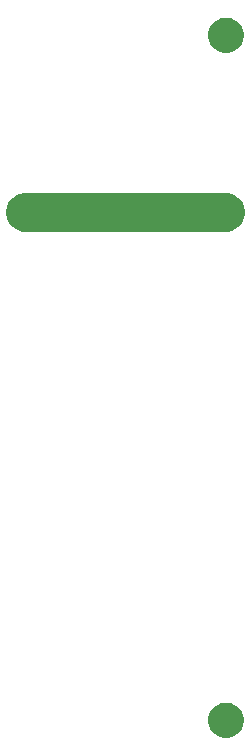
<source format=gbr>
%TF.GenerationSoftware,Altium Limited,Altium Designer,24.8.2 (39)*%
G04 Layer_Color=0*
%FSLAX42Y42*%
%MOMM*%
%TF.SameCoordinates,BB747903-394C-41F1-A4B2-47FFA63BDE77*%
%TF.FilePolarity,Positive*%
%TF.FileFunction,NonPlated,1,2,NPTH,Drill*%
%TF.Part,Single*%
G01*
G75*
G36*
X3550Y4513D02*
X5250D01*
X5264D01*
X5290Y4518D01*
X5315Y4528D01*
X5337Y4543D01*
X5357Y4563D01*
X5372Y4585D01*
X5382Y4610D01*
X5387Y4636D01*
Y4650D01*
Y4664D01*
X5382Y4690D01*
X5372Y4715D01*
X5357Y4737D01*
X5337Y4757D01*
X5315Y4772D01*
X5290Y4782D01*
X5264Y4787D01*
X5250D01*
D01*
X3550D01*
X3536D01*
X3510Y4782D01*
X3485Y4772D01*
X3463Y4757D01*
X3443Y4737D01*
X3428Y4715D01*
X3418Y4690D01*
X3413Y4664D01*
Y4650D01*
Y4636D01*
X3418Y4610D01*
X3428Y4585D01*
X3443Y4563D01*
X3463Y4543D01*
X3485Y4528D01*
X3510Y4518D01*
X3536Y4513D01*
X3550D01*
D01*
D02*
G37*
G36*
Y4487D02*
X5250D01*
X5266D01*
X5297Y4494D01*
X5327Y4506D01*
X5354Y4524D01*
X5376Y4546D01*
X5394Y4573D01*
X5406Y4603D01*
X5413Y4634D01*
Y4650D01*
Y4666D01*
X5406Y4697D01*
X5394Y4727D01*
X5376Y4754D01*
X5354Y4776D01*
X5327Y4794D01*
X5297Y4806D01*
X5266Y4813D01*
X5250D01*
D01*
X3550D01*
X3534D01*
X3503Y4806D01*
X3473Y4794D01*
X3446Y4776D01*
X3424Y4754D01*
X3406Y4727D01*
X3394Y4697D01*
X3387Y4666D01*
Y4650D01*
Y4634D01*
X3394Y4603D01*
X3406Y4573D01*
X3424Y4546D01*
X3446Y4524D01*
X3473Y4506D01*
X3503Y4494D01*
X3534Y4487D01*
X3550D01*
D01*
D02*
G37*
G36*
Y4500D02*
X3535D01*
X3506Y4506D01*
X3479Y4517D01*
X3454Y4533D01*
X3433Y4554D01*
X3417Y4579D01*
X3406Y4606D01*
X3400Y4635D01*
Y4650D01*
Y4665D01*
X3406Y4694D01*
X3417Y4721D01*
X3433Y4746D01*
X3454Y4767D01*
X3479Y4783D01*
X3506Y4794D01*
X3535Y4800D01*
X3550D01*
D01*
X5250D01*
X5265D01*
X5294Y4794D01*
X5321Y4783D01*
X5346Y4767D01*
X5367Y4746D01*
X5383Y4721D01*
X5394Y4694D01*
X5400Y4665D01*
Y4650D01*
Y4635D01*
X5394Y4606D01*
X5383Y4579D01*
X5367Y4554D01*
X5346Y4533D01*
X5321Y4517D01*
X5294Y4506D01*
X5265Y4500D01*
X5250D01*
D01*
X3550D01*
D02*
G37*
G36*
X5100Y350D02*
Y335D01*
X5106Y306D01*
X5117Y279D01*
X5133Y254D01*
X5154Y233D01*
X5179Y217D01*
X5206Y206D01*
X5235Y200D01*
X5250D01*
X5265D01*
X5294Y206D01*
X5321Y217D01*
X5346Y233D01*
X5367Y254D01*
X5383Y279D01*
X5394Y306D01*
X5400Y335D01*
Y350D01*
Y365D01*
X5394Y394D01*
X5383Y421D01*
X5367Y446D01*
X5346Y467D01*
X5321Y483D01*
X5294Y494D01*
X5265Y500D01*
X5250D01*
X5235D01*
X5206Y494D01*
X5179Y483D01*
X5154Y467D01*
X5133Y446D01*
X5117Y421D01*
X5106Y394D01*
X5100Y365D01*
Y350D01*
D01*
D02*
G37*
G36*
X5250Y6000D02*
X5235D01*
X5206Y6006D01*
X5179Y6017D01*
X5154Y6033D01*
X5133Y6054D01*
X5117Y6079D01*
X5106Y6106D01*
X5100Y6135D01*
Y6150D01*
Y6165D01*
X5106Y6194D01*
X5117Y6221D01*
X5133Y6246D01*
X5154Y6267D01*
X5179Y6283D01*
X5206Y6294D01*
X5235Y6300D01*
X5250D01*
X5265D01*
X5294Y6294D01*
X5321Y6283D01*
X5346Y6267D01*
X5367Y6246D01*
X5383Y6221D01*
X5394Y6194D01*
X5400Y6165D01*
Y6150D01*
Y6135D01*
X5394Y6106D01*
X5383Y6079D01*
X5367Y6054D01*
X5346Y6033D01*
X5321Y6017D01*
X5294Y6006D01*
X5265Y6000D01*
X5250D01*
D01*
D02*
G37*
%TF.MD5,7562823e71597c804585904f05bfddb8*%
M02*

</source>
